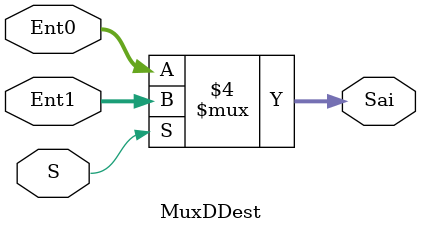
<source format=v>
module MuxDDest(input [7:0]Ent0, Ent1, input S, 
					  output reg[7:0] Sai);	
	always @*begin
		if(S == 0) begin
			Sai = Ent0;
		end	
		else	
			Sai = Ent1; 
	end
endmodule
</source>
